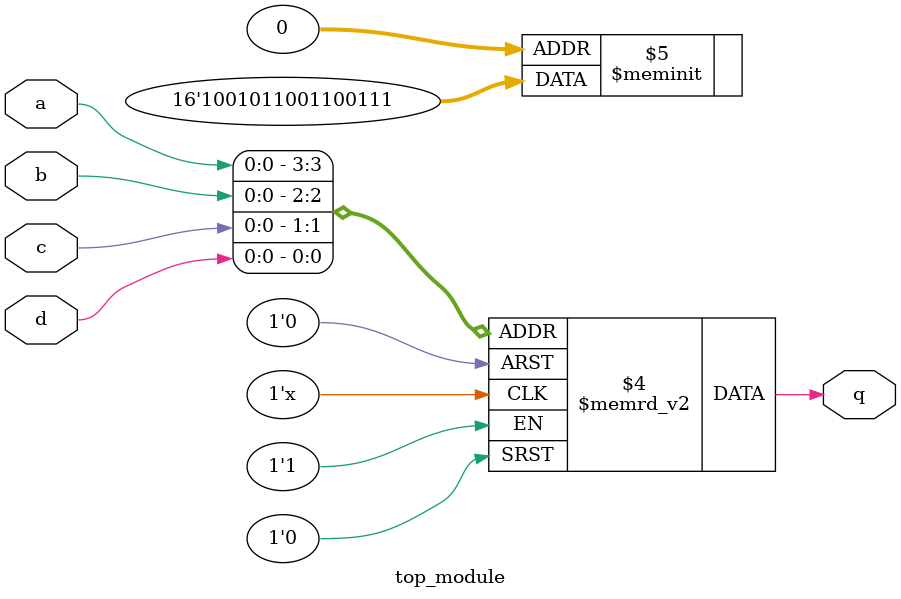
<source format=sv>
module top_module (
    input a, 
    input b, 
    input c, 
    input d,
    output reg q
);

always @* begin
    case ({a, b, c, d})
        4'b0000: q = 1;
        4'b0001: q = 1;
        4'b0010: q = 1;
        4'b0011: q = 0;
        4'b0100: q = 0;
        4'b0101: q = 1;
        4'b0110: q = 1;
        4'b0111: q = 0;
        4'b1000: q = 0;
        4'b1001: q = 1;
        4'b1010: q = 1;
        4'b1011: q = 0;
        4'b1100: q = 1;
        4'b1101: q = 0;
        4'b1110: q = 0;
        4'b1111: q = 1;
    endcase
end

endmodule

</source>
